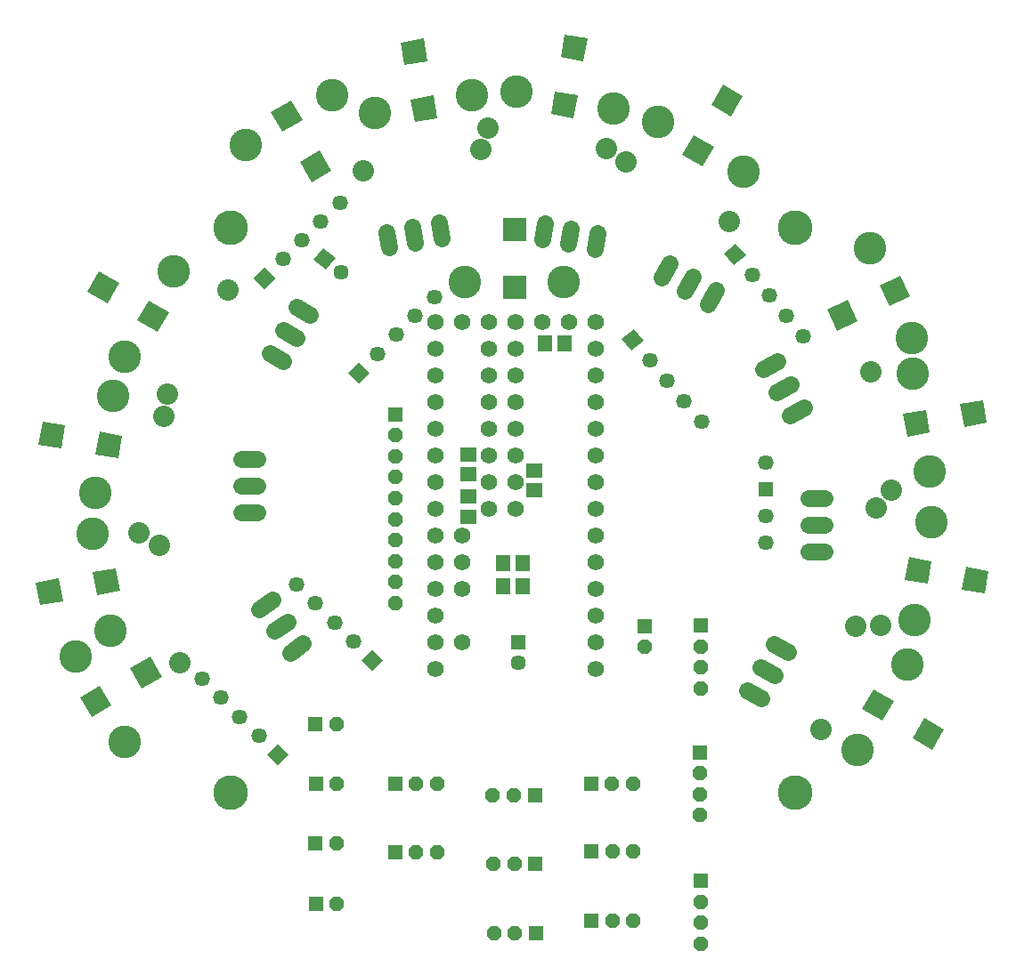
<source format=gbr>
G04 EAGLE Gerber RS-274X export*
G75*
%MOMM*%
%FSLAX34Y34*%
%LPD*%
%INSoldermask Top*%
%IPPOS*%
%AMOC8*
5,1,8,0,0,1.08239X$1,22.5*%
G01*
%ADD10C,3.301600*%
%ADD11R,1.422400X1.422400*%
%ADD12P,1.539592X8X292.500000*%
%ADD13P,1.539592X8X22.500000*%
%ADD14R,2.201600X2.201600*%
%ADD15C,3.101600*%
%ADD16C,2.032000*%
%ADD17C,1.625600*%
%ADD18R,1.401600X1.601600*%
%ADD19R,2.201600X2.201600*%
%ADD20P,1.539592X8X112.500000*%
%ADD21R,1.459600X1.459600*%
%ADD22C,1.459600*%
%ADD23R,1.459600X1.459600*%
%ADD24R,1.451600X1.451600*%
%ADD25C,1.451600*%
%ADD26R,1.451600X1.451600*%
%ADD27C,1.574800*%
%ADD28R,1.601600X1.401600*%


D10*
X268600Y-268700D03*
X-268700Y268700D03*
X-268700Y-268700D03*
X268700Y268700D03*
D11*
X21857Y-402531D03*
D12*
X1857Y-402531D03*
X-18144Y-402531D03*
D11*
X177778Y-230499D03*
D13*
X177778Y-250499D03*
X177778Y-270499D03*
X177778Y-290499D03*
D11*
X178503Y-109984D03*
D13*
X178503Y-129984D03*
X178503Y-149984D03*
X178503Y-169984D03*
D14*
X1488Y267246D03*
X1488Y212246D03*
D15*
X48488Y216846D03*
X-45513Y216846D03*
D16*
X293210Y-208737D03*
X350110Y-110183D03*
D17*
X261622Y-135109D02*
X248423Y-127489D01*
X235723Y-149487D02*
X248922Y-157107D01*
X236222Y-179104D02*
X223023Y-171484D01*
D16*
X325979Y-110376D03*
X345741Y1696D03*
D17*
X295930Y10870D02*
X280690Y10870D01*
X280690Y-14530D02*
X295930Y-14530D01*
X295930Y-39930D02*
X280690Y-39930D01*
D16*
X360101Y19014D03*
X340339Y131086D03*
D17*
X251262Y141874D02*
X238063Y134254D01*
X250763Y112257D02*
X263962Y119876D01*
X276662Y97879D02*
X263463Y90259D01*
D16*
X205758Y274229D03*
X107204Y331129D03*
D17*
X149013Y234752D02*
X141393Y221554D01*
X163390Y208854D02*
X171010Y222052D01*
X193007Y209352D02*
X185387Y196154D01*
D18*
X-9670Y-50620D03*
X9330Y-50620D03*
X-9400Y-72460D03*
X9600Y-72460D03*
D19*
G36*
X409953Y-208861D02*
X398945Y-227927D01*
X379879Y-216919D01*
X390887Y-197853D01*
X409953Y-208861D01*
G37*
G36*
X362321Y-181361D02*
X351313Y-200427D01*
X332247Y-189419D01*
X343255Y-170353D01*
X362321Y-181361D01*
G37*
D15*
X374768Y-146987D03*
X327768Y-228393D03*
D19*
G36*
X452374Y-57976D02*
X448551Y-79657D01*
X426870Y-75834D01*
X430693Y-54153D01*
X452374Y-57976D01*
G37*
G36*
X398210Y-48426D02*
X394387Y-70107D01*
X372706Y-66284D01*
X376529Y-44603D01*
X398210Y-48426D01*
G37*
D15*
X398149Y-11867D03*
X381826Y-104439D03*
D19*
G36*
X446961Y104747D02*
X450784Y83066D01*
X429103Y79243D01*
X425280Y100924D01*
X446961Y104747D01*
G37*
G36*
X392797Y95197D02*
X396620Y73516D01*
X374939Y69693D01*
X371116Y91374D01*
X392797Y95197D01*
G37*
D15*
X380236Y129529D03*
X396559Y36957D03*
D19*
G36*
X199651Y404553D02*
X218717Y393545D01*
X207709Y374479D01*
X188643Y385487D01*
X199651Y404553D01*
G37*
G36*
X172151Y356921D02*
X191217Y345913D01*
X180209Y326847D01*
X161143Y337855D01*
X172151Y356921D01*
G37*
D15*
X137777Y369368D03*
X219183Y322368D03*
D11*
X-112121Y-260628D03*
D20*
X-92121Y-260628D03*
X-72121Y-260628D03*
D11*
X125430Y-110450D03*
D13*
X125430Y-130450D03*
D19*
G36*
X-172634Y323255D02*
X-191700Y312247D01*
X-202708Y331313D01*
X-183642Y342321D01*
X-172634Y323255D01*
G37*
G36*
X-200134Y370887D02*
X-219200Y359879D01*
X-230208Y378945D01*
X-211142Y389953D01*
X-200134Y370887D01*
G37*
D15*
X-172168Y394432D03*
X-253574Y347432D03*
D21*
X240560Y20100D03*
D22*
X240560Y45500D03*
X240560Y-5300D03*
X240560Y-30700D03*
D23*
G36*
X-146690Y141185D02*
X-136370Y130865D01*
X-146690Y120545D01*
X-157010Y130865D01*
X-146690Y141185D01*
G37*
G36*
X-236493Y230987D02*
X-226173Y220667D01*
X-236493Y210347D01*
X-246813Y220667D01*
X-236493Y230987D01*
G37*
D22*
X-128730Y148825D03*
X-110769Y166786D03*
X-92809Y184746D03*
X-74848Y202707D03*
X-164651Y292509D03*
X-182611Y274549D03*
X-200572Y256588D03*
X-218532Y238628D03*
D16*
X88732Y343669D03*
X-23339Y363431D03*
D17*
X30438Y272481D02*
X27792Y257472D01*
X52806Y253062D02*
X55453Y268070D01*
X80467Y263659D02*
X77820Y248651D01*
D19*
G36*
X49406Y452624D02*
X71087Y448801D01*
X67264Y427120D01*
X45583Y430943D01*
X49406Y452624D01*
G37*
G36*
X39856Y398460D02*
X61537Y394637D01*
X57714Y372956D01*
X36033Y376779D01*
X39856Y398460D01*
G37*
D15*
X3297Y398399D03*
X95869Y382076D03*
D16*
X-30247Y342790D03*
X-142318Y323029D03*
D17*
X-120467Y264739D02*
X-117820Y249731D01*
X-92806Y254142D02*
X-95453Y269150D01*
X-70438Y273561D02*
X-67792Y258552D01*
D19*
G36*
X-106717Y444991D02*
X-85036Y448814D01*
X-81213Y427133D01*
X-102894Y423310D01*
X-106717Y444991D01*
G37*
G36*
X-97167Y390827D02*
X-75486Y394650D01*
X-71663Y372969D01*
X-93344Y369146D01*
X-97167Y390827D01*
G37*
D15*
X-131499Y378266D03*
X-38927Y394589D03*
D11*
X21592Y-336690D03*
D12*
X1592Y-336690D03*
X-18408Y-336690D03*
D11*
X20848Y-271746D03*
D12*
X848Y-271746D03*
X-19153Y-271746D03*
D24*
X5240Y-125583D03*
D25*
X5240Y-145583D03*
D26*
G36*
X-178136Y228860D02*
X-189255Y238191D01*
X-179924Y249310D01*
X-168805Y239979D01*
X-178136Y228860D01*
G37*
D25*
X-163709Y226229D03*
D11*
X74675Y-391305D03*
D20*
X94675Y-391305D03*
X114675Y-391305D03*
D11*
X74522Y-325194D03*
D20*
X94522Y-325194D03*
X114522Y-325194D03*
D11*
X74389Y-260169D03*
D20*
X94389Y-260169D03*
X114389Y-260169D03*
D11*
X-112055Y-325751D03*
D20*
X-92055Y-325751D03*
X-72055Y-325751D03*
D11*
X178308Y-352737D03*
D13*
X178308Y-372737D03*
X178308Y-392737D03*
X178308Y-412737D03*
D27*
X78590Y-151100D03*
X78590Y-125700D03*
X78590Y-100300D03*
X78590Y-74900D03*
X78590Y-49500D03*
X78590Y-24100D03*
X78590Y1300D03*
X78590Y26700D03*
X78590Y52100D03*
X78590Y77500D03*
X78590Y102900D03*
X78590Y128300D03*
X78590Y153700D03*
X78590Y179100D03*
X53190Y179100D03*
X27790Y179100D03*
X2390Y179100D03*
X-23010Y179100D03*
X-48410Y179100D03*
X-73810Y179100D03*
X-73810Y153700D03*
X-73810Y128300D03*
X-73810Y102900D03*
X-73810Y77500D03*
X-73810Y52100D03*
X-73810Y26700D03*
X-73810Y1300D03*
X-73810Y-24100D03*
X-73810Y-49500D03*
X-73810Y-74900D03*
X-73810Y-100300D03*
X-73810Y-125700D03*
X-73810Y-151100D03*
X-48410Y-125700D03*
X-48410Y-74900D03*
X-48410Y-49500D03*
X-48410Y-24100D03*
X2390Y153700D03*
X-23010Y153700D03*
X2390Y128300D03*
X2390Y102900D03*
X2390Y77500D03*
X2390Y52100D03*
X-23010Y128300D03*
X-23010Y102900D03*
X-23010Y77500D03*
X-23010Y52100D03*
X-23010Y26700D03*
X-23010Y1300D03*
X2390Y26700D03*
X2390Y1300D03*
D19*
G36*
X308081Y170642D02*
X298777Y190594D01*
X318729Y199898D01*
X328033Y179946D01*
X308081Y170642D01*
G37*
G36*
X357927Y193887D02*
X348623Y213839D01*
X368575Y223143D01*
X377879Y203191D01*
X357927Y193887D01*
G37*
D15*
X378946Y163974D03*
X339219Y249167D03*
D23*
G36*
X124136Y160896D02*
X112956Y151514D01*
X103574Y162694D01*
X114754Y172076D01*
X124136Y160896D01*
G37*
G36*
X221423Y242530D02*
X210243Y233148D01*
X200861Y244328D01*
X212041Y253710D01*
X221423Y242530D01*
G37*
D22*
X130181Y142338D03*
X146508Y122880D03*
X162835Y103422D03*
X179162Y83965D03*
X276449Y165599D03*
X260123Y185056D03*
X243796Y204514D03*
X227469Y223972D03*
D19*
G36*
X-344935Y-139793D02*
X-333927Y-158859D01*
X-352993Y-169867D01*
X-364001Y-150801D01*
X-344935Y-139793D01*
G37*
G36*
X-392567Y-167293D02*
X-381559Y-186359D01*
X-400625Y-197367D01*
X-411633Y-178301D01*
X-392567Y-167293D01*
G37*
D15*
X-416112Y-139327D03*
X-369112Y-220733D03*
D23*
G36*
X-144128Y-142851D02*
X-133808Y-132531D01*
X-123488Y-142851D01*
X-133808Y-153171D01*
X-144128Y-142851D01*
G37*
G36*
X-233931Y-232653D02*
X-223611Y-222333D01*
X-213291Y-232653D01*
X-223611Y-242973D01*
X-233931Y-232653D01*
G37*
D22*
X-151769Y-124890D03*
X-169729Y-106930D03*
X-187690Y-88969D03*
X-205650Y-71009D03*
X-295453Y-160811D03*
X-277492Y-178772D03*
X-259532Y-196732D03*
X-241571Y-214693D03*
D16*
X-271177Y208990D03*
X-328077Y110437D03*
D17*
X-231202Y149013D02*
X-218004Y141393D01*
X-205304Y163390D02*
X-218502Y171010D01*
X-205802Y193007D02*
X-192604Y185387D01*
D19*
G36*
X-404493Y207721D02*
X-393485Y226787D01*
X-374419Y215779D01*
X-385427Y196713D01*
X-404493Y207721D01*
G37*
G36*
X-356861Y180221D02*
X-345853Y199287D01*
X-326787Y188279D01*
X-337795Y169213D01*
X-356861Y180221D01*
G37*
D15*
X-369308Y145847D03*
X-322308Y227253D03*
D16*
X-331878Y89174D03*
X-355538Y-22140D03*
D17*
X-258530Y-2300D02*
X-243290Y-2300D01*
X-243290Y23100D02*
X-258530Y23100D01*
X-258530Y48500D02*
X-243290Y48500D01*
D19*
G36*
X-451045Y62425D02*
X-447222Y84106D01*
X-425541Y80283D01*
X-429364Y58602D01*
X-451045Y62425D01*
G37*
G36*
X-396880Y52874D02*
X-393057Y74555D01*
X-371376Y70732D01*
X-375199Y49051D01*
X-396880Y52874D01*
G37*
D15*
X-396820Y16316D03*
X-380497Y108888D03*
D16*
X-336306Y-33547D03*
X-316545Y-145618D03*
D17*
X-212057Y-135758D02*
X-199573Y-127017D01*
X-214142Y-106211D02*
X-226625Y-114952D01*
X-241194Y-94145D02*
X-228710Y-85404D01*
D19*
G36*
X-449631Y-90457D02*
X-453454Y-68776D01*
X-431773Y-64953D01*
X-427950Y-86634D01*
X-449631Y-90457D01*
G37*
G36*
X-395467Y-80907D02*
X-399290Y-59226D01*
X-377609Y-55403D01*
X-373786Y-77084D01*
X-395467Y-80907D01*
G37*
D15*
X-382906Y-115239D03*
X-399229Y-22667D03*
D28*
X-42360Y52935D03*
X-42360Y33935D03*
D11*
X-187632Y-204126D03*
D20*
X-167632Y-204126D03*
D28*
X-42430Y-6410D03*
X-42430Y12590D03*
D11*
X-187502Y-260602D03*
D20*
X-167502Y-260602D03*
D28*
X20550Y18930D03*
X20550Y37930D03*
D11*
X-187885Y-317038D03*
D20*
X-167885Y-317038D03*
D18*
X30100Y158730D03*
X49100Y158730D03*
D11*
X-187370Y-375060D03*
D20*
X-167370Y-375060D03*
D11*
X-111760Y91270D03*
D13*
X-111760Y71270D03*
X-111760Y51270D03*
X-111760Y31270D03*
X-111760Y11270D03*
X-111760Y-8730D03*
X-111760Y-28730D03*
X-111760Y-48730D03*
X-111760Y-68730D03*
X-111760Y-88730D03*
M02*

</source>
